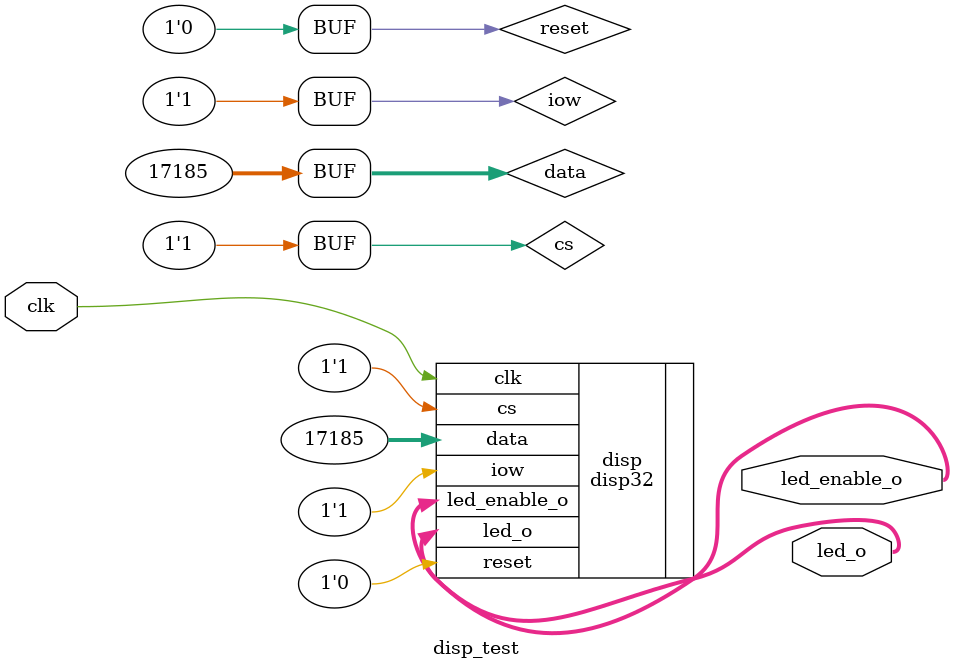
<source format=v>
`timescale 1ns / 1ps


module disp_test(
    input clk,
    output wire[7:0] led_o,      //led输出信号
    output reg[7:0] led_enable_o      //led使能信号
    );
    reg reset;
    initial
    begin
    reset = 1;
    #5 reset = 0;
    end


    // wire[31:0] Instruction_if,Instruction_id;
    // wire[4:0] ALUCode_id;
    // wire[31:0] ALUResult_ex;
    // wire[31:0] ALUa_ex,ALUb_ex;
    // wire[31:0] HI,LO;
    // wire[7:0] DISPOutput;
    // wire[7:0] DISPEn;
    // m_MIPS_CPU MIPS_CPU(
    //  .clk(clk),
    //  .rst(reset),
    //  //.pc_ifwrite(PC_IFWrite),
    //  .Instruction(Instruction_if),
    //  .ALUCode(ALUCode_id),
    //  .ALU_a(ALUa_ex),
    //  .ALU_b(ALUb_ex),
    //  .aluresult_ex(ALUResult_ex),
    //  .HI(HI),
    //  .LO(LO),
    //  .Instruction2(Instruction_id),
    //  .DISPOutput(DISPOutput),
    //  .DISPEn(DISPEn)
    //  );
    wire[31:0] data = 16'h87654321;
    wire cs = 1;
    wire iow = 1;
    wire[2:0] address;
    wire[7:0] led_o;
    wire[7:0] led_enable_o;
    disp32 disp(
        .clk(clk),
        .reset(reset),
        .data(data),
        .cs(cs),
        .iow(iow),
        .led_o(led_o),
        .led_enable_o(led_enable_o),
    );
endmodule

</source>
